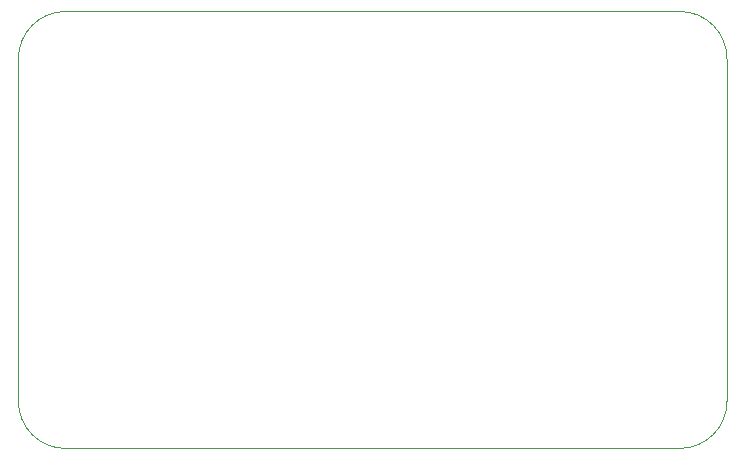
<source format=gm1>
G04 #@! TF.GenerationSoftware,KiCad,Pcbnew,(7.99.0-174-g31be74b8b3)*
G04 #@! TF.CreationDate,2023-07-10T17:09:23+02:00*
G04 #@! TF.ProjectId,HydraBus,48796472-6142-4757-932e-6b696361645f,1.0 Rev1.4*
G04 #@! TF.SameCoordinates,Original*
G04 #@! TF.FileFunction,Profile,NP*
%FSLAX46Y46*%
G04 Gerber Fmt 4.6, Leading zero omitted, Abs format (unit mm)*
G04 Created by KiCad (PCBNEW (7.99.0-174-g31be74b8b3)) date 2023-07-10 17:09:23*
%MOMM*%
%LPD*%
G01*
G04 APERTURE LIST*
G04 #@! TA.AperFunction,Profile*
%ADD10C,0.100000*%
G04 #@! TD*
G04 APERTURE END LIST*
D10*
X148501100Y-72003600D02*
X148501100Y-101003600D01*
X204501100Y-68003600D02*
X152501100Y-68003600D01*
X208501100Y-101003600D02*
X208501100Y-72003600D01*
X152501100Y-105003600D02*
X204501100Y-105003600D01*
X208501100Y-72003600D02*
G75*
G03*
X204501100Y-68003600I-4000000J0D01*
G01*
X152501100Y-68003600D02*
G75*
G03*
X148501100Y-72003600I0J-4000000D01*
G01*
X204501100Y-105003600D02*
G75*
G03*
X208501100Y-101003600I0J4000000D01*
G01*
X148501100Y-101003600D02*
G75*
G03*
X152501100Y-105003600I4000000J0D01*
G01*
M02*

</source>
